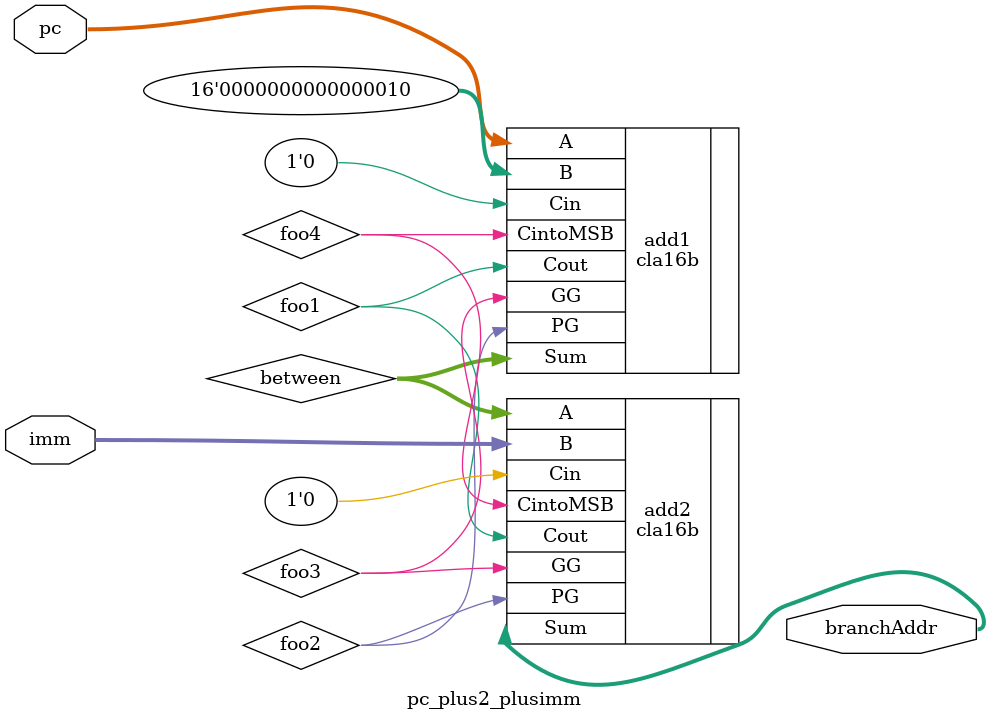
<source format=v>

module pc_plus2_plusimm(pc, imm, branchAddr);
	input [15:0] pc, imm;
	output [15:0] branchAddr;

	wire [15:0] between;
	wire foo1, foo2, foo3, foo4, foo5, foo6, foo7, foo8;
	cla16b add1(.A(pc), .B(16'd2), .Cin(1'b0), .Sum(between), .Cout(foo1), 
			.PG(foo2), .GG(foo3), .CintoMSB(foo4));
	
	cla16b add2(.A(between), .B(imm), .Cin(1'b0), .Sum(branchAddr), .Cout(foo1), 
			.PG(foo2), .GG(foo3), .CintoMSB(foo4));


endmodule

</source>
